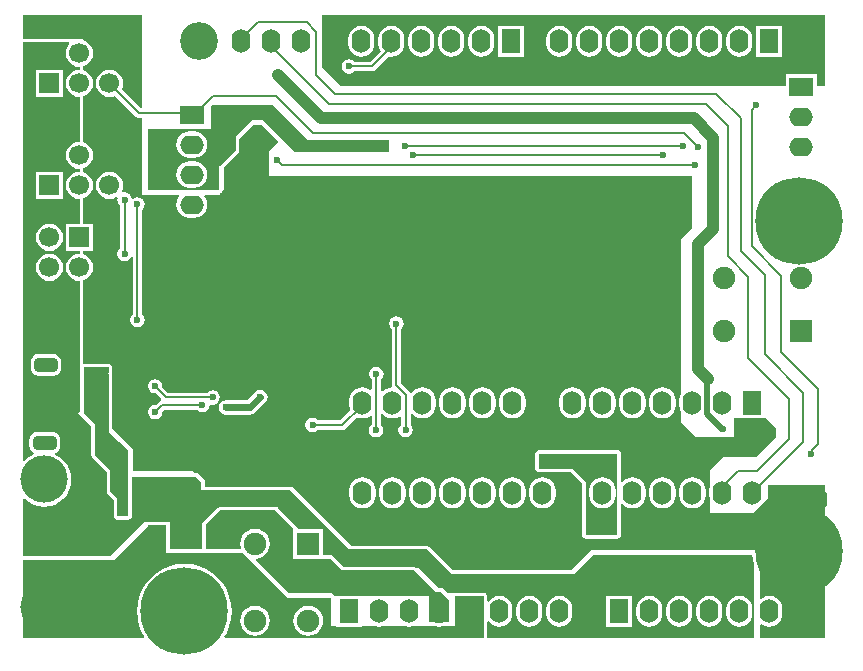
<source format=gbl>
G04*
G04 #@! TF.GenerationSoftware,Altium Limited,Altium Designer,20.1.10 (176)*
G04*
G04 Layer_Physical_Order=2*
G04 Layer_Color=16711680*
%FSLAX44Y44*%
%MOMM*%
G71*
G04*
G04 #@! TF.SameCoordinates,B75F8173-0FE2-46D9-B41C-7FCB152435E8*
G04*
G04*
G04 #@! TF.FilePolarity,Positive*
G04*
G01*
G75*
%ADD10C,0.2000*%
%ADD12C,0.5000*%
%ADD31R,1.9000X1.9000*%
%ADD63C,1.9000*%
%ADD64R,1.9000X1.9000*%
%ADD72C,0.6000*%
%ADD74C,1.0000*%
%ADD75C,0.4000*%
%ADD76C,3.2000*%
%ADD77C,4.0000*%
%ADD78O,1.6000X2.0000*%
%ADD79R,1.6000X2.0000*%
%ADD80C,7.4000*%
%ADD81C,1.7000*%
%ADD82R,1.7000X1.7000*%
%ADD83O,2.0000X1.6000*%
%ADD84R,2.0000X1.6000*%
G04:AMPARAMS|DCode=85|XSize=2mm|YSize=1.2mm|CornerRadius=0.36mm|HoleSize=0mm|Usage=FLASHONLY|Rotation=0.000|XOffset=0mm|YOffset=0mm|HoleType=Round|Shape=RoundedRectangle|*
%AMROUNDEDRECTD85*
21,1,2.0000,0.4800,0,0,0.0*
21,1,1.2800,1.2000,0,0,0.0*
1,1,0.7200,0.6400,-0.2400*
1,1,0.7200,-0.6400,-0.2400*
1,1,0.7200,-0.6400,0.2400*
1,1,0.7200,0.6400,0.2400*
%
%ADD85ROUNDEDRECTD85*%
%ADD86C,0.6000*%
G36*
X682000Y469750D02*
X675000D01*
Y480000D01*
X649000D01*
Y469750D01*
X272500Y469750D01*
X256500Y485750D01*
Y530000D01*
X682000D01*
X682000Y469750D01*
D02*
G37*
G36*
X104000Y452204D02*
X102730Y451678D01*
X86691Y467717D01*
X87404Y469438D01*
X87799Y472440D01*
X87404Y475442D01*
X86245Y478240D01*
X84402Y480642D01*
X82000Y482485D01*
X79202Y483644D01*
X76200Y484039D01*
X73198Y483644D01*
X70400Y482485D01*
X67998Y480642D01*
X66155Y478240D01*
X64996Y475442D01*
X64601Y472440D01*
X64996Y469438D01*
X66155Y466640D01*
X67998Y464238D01*
X70400Y462395D01*
X73198Y461236D01*
X76200Y460841D01*
X79202Y461236D01*
X80923Y461949D01*
X98756Y444116D01*
X100079Y443232D01*
X101640Y442922D01*
X101640Y442922D01*
X104000D01*
Y378125D01*
X134922D01*
X135548Y376855D01*
X134391Y375347D01*
X133283Y372672D01*
X132905Y369800D01*
X133283Y366928D01*
X134391Y364253D01*
X136155Y361955D01*
X138453Y360191D01*
X141128Y359083D01*
X144000Y358705D01*
X148000D01*
X150872Y359083D01*
X153547Y360191D01*
X155845Y361955D01*
X157608Y364253D01*
X158717Y366928D01*
X159095Y369800D01*
X158717Y372672D01*
X157608Y375347D01*
X156452Y376855D01*
X157078Y378125D01*
X168875D01*
X169863Y379113D01*
X170170Y379174D01*
X171163Y379837D01*
X171826Y380829D01*
X171887Y381137D01*
X173250Y382500D01*
X173250Y400924D01*
X185413Y413087D01*
X186076Y414080D01*
X186309Y415250D01*
X186309Y415250D01*
Y425309D01*
X198000Y437000D01*
X205000D01*
X219000Y423000D01*
X211000Y415000D01*
X211000Y394000D01*
X569500Y394000D01*
X569500Y349750D01*
X560250Y340500D01*
X560250Y209489D01*
X560242Y209478D01*
X559133Y206802D01*
X558755Y203930D01*
Y199930D01*
X559133Y197058D01*
X560242Y194382D01*
X560250Y194371D01*
Y185750D01*
X573000Y173000D01*
X604000D01*
X605000Y172000D01*
Y189000D01*
X609650D01*
Y188930D01*
X631650D01*
X632671Y188329D01*
X640750Y180250D01*
X640750Y172750D01*
X624000Y156000D01*
X596000Y156000D01*
X585000Y145000D01*
Y131729D01*
X584533Y130602D01*
X584155Y127730D01*
Y123730D01*
X584533Y120858D01*
X585000Y119731D01*
Y109000D01*
X622000D01*
X634000Y121000D01*
Y132000D01*
X682000D01*
Y3000D01*
X627000D01*
Y14073D01*
X628270Y14699D01*
X629453Y13792D01*
X632128Y12683D01*
X635000Y12305D01*
X637872Y12683D01*
X640547Y13792D01*
X642845Y15555D01*
X644609Y17852D01*
X645717Y20528D01*
X646095Y23400D01*
Y27400D01*
X645717Y30272D01*
X644609Y32947D01*
X642845Y35245D01*
X640547Y37009D01*
X637872Y38117D01*
X635000Y38495D01*
X632128Y38117D01*
X629453Y37009D01*
X628270Y36101D01*
X627000Y36727D01*
Y77000D01*
X484000D01*
X467059Y60059D01*
X367267D01*
X347163Y80163D01*
X346181Y80819D01*
X346000Y81000D01*
X345296D01*
X345000Y81059D01*
X345000Y81059D01*
X281941D01*
X232000Y131000D01*
X229296D01*
X229000Y131059D01*
X229000Y131059D01*
X157059D01*
Y135000D01*
X157059Y135000D01*
X156826Y136171D01*
X156163Y137163D01*
X151163Y142163D01*
X150171Y142826D01*
X149000Y143059D01*
X148117Y142883D01*
X147000Y144000D01*
X96000D01*
X96000Y162750D01*
X78559Y180191D01*
X78559Y226659D01*
X78500Y226954D01*
X78500Y227546D01*
X78559Y227841D01*
Y232000D01*
X78326Y233171D01*
X77663Y234163D01*
X77000Y234606D01*
Y235000D01*
X75795D01*
X75500Y235059D01*
X55000Y235059D01*
X54059Y235980D01*
Y304825D01*
X54039Y304925D01*
X54052Y305026D01*
X54000Y305220D01*
Y305478D01*
X56600Y306555D01*
X59002Y308398D01*
X60845Y310800D01*
X62004Y313598D01*
X62399Y316600D01*
X62004Y319602D01*
X60845Y322400D01*
X59002Y324802D01*
X56600Y326645D01*
X54000Y327722D01*
Y327980D01*
X54052Y328175D01*
X54039Y328275D01*
X54059Y328375D01*
Y330500D01*
X62300D01*
Y353500D01*
X54059D01*
Y374305D01*
X54039Y374405D01*
X54052Y374506D01*
X54000Y374700D01*
Y374958D01*
X56600Y376035D01*
X59002Y377878D01*
X60845Y380280D01*
X62004Y383078D01*
X62399Y386080D01*
X62004Y389082D01*
X60845Y391880D01*
X59002Y394282D01*
X56600Y396125D01*
X54000Y397202D01*
Y397460D01*
X54052Y397654D01*
X54039Y397755D01*
X54059Y397855D01*
Y399705D01*
X54039Y399805D01*
X54052Y399906D01*
X54000Y400100D01*
Y400358D01*
X56600Y401435D01*
X59002Y403278D01*
X60845Y405680D01*
X62004Y408478D01*
X62399Y411480D01*
X62004Y414482D01*
X60845Y417280D01*
X59002Y419682D01*
X56600Y421525D01*
X54000Y422602D01*
Y422860D01*
X54052Y423055D01*
X54039Y423155D01*
X54059Y423255D01*
Y460665D01*
X54039Y460765D01*
X54052Y460866D01*
X54000Y461060D01*
Y461318D01*
X56600Y462395D01*
X59002Y464238D01*
X60845Y466640D01*
X62004Y469438D01*
X62399Y472440D01*
X62004Y475442D01*
X60845Y478240D01*
X59002Y480642D01*
X56600Y482485D01*
X54000Y483562D01*
Y483820D01*
X54052Y484015D01*
X54039Y484115D01*
X54059Y484215D01*
Y486065D01*
X54039Y486165D01*
X54052Y486265D01*
X54000Y486460D01*
Y486718D01*
X56600Y487795D01*
X59002Y489638D01*
X60845Y492040D01*
X62004Y494838D01*
X62399Y497840D01*
X62004Y500842D01*
X60845Y503640D01*
X59002Y506042D01*
X56600Y507885D01*
X54000Y508962D01*
Y510000D01*
X42288D01*
X42075Y510054D01*
X41993Y510042D01*
X41911Y510059D01*
X3000D01*
Y530000D01*
X104000D01*
X104000Y452204D01*
D02*
G37*
G36*
X244250Y424750D02*
X313000Y424750D01*
X313000Y414000D01*
X233000D01*
X206000Y441000D01*
X197000D01*
X183250Y427250D01*
Y415250D01*
X170000Y402000D01*
X169000D01*
X169000Y382000D01*
X109000Y382000D01*
X109000Y434000D01*
X162000Y434000D01*
Y453000D01*
X163000Y454000D01*
X215000Y454000D01*
X244250Y424750D01*
D02*
G37*
G36*
X42359Y505730D02*
X40755Y503640D01*
X39596Y500842D01*
X39201Y497840D01*
X39596Y494838D01*
X40755Y492040D01*
X42598Y489638D01*
X45000Y487795D01*
X47798Y486636D01*
X50800Y486241D01*
X51000Y486065D01*
Y484215D01*
X50800Y484039D01*
X47798Y483644D01*
X45000Y482485D01*
X42598Y480642D01*
X40755Y478240D01*
X39596Y475442D01*
X39201Y472440D01*
X39596Y469438D01*
X40755Y466640D01*
X42598Y464238D01*
X45000Y462395D01*
X47798Y461236D01*
X50800Y460841D01*
X51000Y460665D01*
Y423255D01*
X50800Y423079D01*
X47798Y422684D01*
X45000Y421525D01*
X42598Y419682D01*
X40755Y417280D01*
X39596Y414482D01*
X39201Y411480D01*
X39596Y408478D01*
X40755Y405680D01*
X42598Y403278D01*
X45000Y401435D01*
X47798Y400276D01*
X50800Y399881D01*
X51000Y399705D01*
Y397855D01*
X50800Y397679D01*
X47798Y397284D01*
X45000Y396125D01*
X42598Y394282D01*
X40755Y391880D01*
X39596Y389082D01*
X39201Y386080D01*
X39596Y383078D01*
X40755Y380280D01*
X42598Y377878D01*
X45000Y376035D01*
X47798Y374876D01*
X50800Y374481D01*
X51000Y374305D01*
Y353500D01*
X39300D01*
Y330500D01*
X51000D01*
Y328375D01*
X50800Y328199D01*
X47798Y327804D01*
X45000Y326645D01*
X42598Y324802D01*
X40755Y322400D01*
X39596Y319602D01*
X39201Y316600D01*
X39596Y313598D01*
X40755Y310800D01*
X42598Y308398D01*
X45000Y306555D01*
X47798Y305396D01*
X50800Y305001D01*
X51000Y304825D01*
Y194000D01*
X50000Y193000D01*
X60941Y182059D01*
Y158000D01*
X61000Y157704D01*
Y157000D01*
X61181Y156819D01*
X61837Y155837D01*
X73941Y143733D01*
Y127000D01*
X74000Y126705D01*
Y126000D01*
X74181Y125819D01*
X74837Y124837D01*
X74837Y124837D01*
X79941Y119733D01*
Y106000D01*
X80174Y104830D01*
X80837Y103837D01*
X81830Y103174D01*
X83000Y102941D01*
X92000D01*
X93170Y103174D01*
X94163Y103837D01*
X94272Y104000D01*
X95000D01*
Y105704D01*
X95059Y106000D01*
Y139000D01*
X148000D01*
X149000Y140000D01*
X154000Y135000D01*
Y128000D01*
X229000D01*
X279000Y78000D01*
X345000D01*
X366000Y57000D01*
X470000D01*
X486000Y73000D01*
X620528D01*
X620770Y69923D01*
X622000Y64801D01*
Y3000D01*
X396059D01*
Y16721D01*
X397329Y17152D01*
X398555Y15555D01*
X400853Y13792D01*
X403528Y12683D01*
X406400Y12305D01*
X409272Y12683D01*
X411948Y13792D01*
X414245Y15555D01*
X416008Y17852D01*
X417117Y20528D01*
X417495Y23400D01*
Y27400D01*
X417117Y30272D01*
X416008Y32947D01*
X414245Y35245D01*
X411948Y37009D01*
X409272Y38117D01*
X406400Y38495D01*
X403528Y38117D01*
X400853Y37009D01*
X398555Y35245D01*
X397329Y33648D01*
X396059Y34079D01*
Y38000D01*
X395826Y39170D01*
X395163Y40163D01*
X395000Y40272D01*
Y41000D01*
X393296D01*
X393000Y41059D01*
X369000D01*
X368704Y41000D01*
X362326D01*
X359163Y44163D01*
X358171Y44826D01*
X357000Y45059D01*
X357000Y45059D01*
X354941Y45059D01*
X338000Y62000D01*
X336326D01*
X336163Y62163D01*
X335171Y62826D01*
X334000Y63059D01*
X334000Y63059D01*
X274267D01*
X265163Y72163D01*
X264181Y72819D01*
X264000Y73000D01*
X263296D01*
X263000Y73059D01*
X263000Y73059D01*
X257000D01*
Y95000D01*
X237000D01*
X219000Y113000D01*
Y114000D01*
X216296D01*
X216000Y114059D01*
X216000Y114059D01*
X170000D01*
X169704Y114000D01*
X169000D01*
X168819Y113819D01*
X167837Y113163D01*
X167837Y113163D01*
X155837Y101163D01*
X155181Y100181D01*
X155000Y100000D01*
Y99296D01*
X154941Y99000D01*
X154941Y99000D01*
Y78059D01*
X142321Y78059D01*
X142123Y78019D01*
X141922Y78033D01*
X141600Y77990D01*
X141278Y78033D01*
X141077Y78019D01*
X140879Y78059D01*
X127200D01*
Y101000D01*
X124295D01*
X124000Y101059D01*
X108898D01*
X108603Y101000D01*
X105200D01*
Y100200D01*
X77059Y72059D01*
X3000D01*
X3000Y73329D01*
Y120793D01*
X4196Y121221D01*
X4658Y120658D01*
X8160Y117784D01*
X12156Y115648D01*
X16491Y114333D01*
X21000Y113889D01*
X25509Y114333D01*
X29844Y115648D01*
X33840Y117784D01*
X37342Y120658D01*
X40216Y124160D01*
X42352Y128156D01*
X43667Y132491D01*
X44111Y137000D01*
X43667Y141509D01*
X42352Y145844D01*
X40216Y149840D01*
X37342Y153342D01*
X33840Y156216D01*
X30332Y158091D01*
X30366Y159480D01*
X31223Y159835D01*
X32602Y160893D01*
X33660Y162271D01*
X34325Y163877D01*
X34552Y165600D01*
Y170400D01*
X34325Y172123D01*
X33660Y173729D01*
X32602Y175107D01*
X31223Y176165D01*
X29618Y176830D01*
X27895Y177057D01*
X15095D01*
X13372Y176830D01*
X11767Y176165D01*
X10388Y175107D01*
X9330Y173729D01*
X8665Y172123D01*
X8438Y170400D01*
Y165600D01*
X8665Y163877D01*
X9330Y162271D01*
X10388Y160893D01*
X11767Y159835D01*
X12148Y159677D01*
X12155Y158525D01*
X12100Y158322D01*
X8160Y156216D01*
X4658Y153342D01*
X4196Y152779D01*
X3000Y153207D01*
X3000Y507000D01*
X41911D01*
X42359Y505730D01*
D02*
G37*
G36*
X75500Y232000D02*
Y227841D01*
X75382Y227250D01*
X75500Y226659D01*
X75500Y176750D01*
X92000Y162000D01*
Y107000D01*
Y106000D01*
X83000D01*
Y121000D01*
X77000Y127000D01*
Y145000D01*
X64000Y158000D01*
Y184000D01*
X55000Y193000D01*
Y232000D01*
X75500Y232000D01*
D02*
G37*
G36*
X232000Y95000D02*
Y70000D01*
X233000D01*
Y70000D01*
X263000D01*
X273000Y60000D01*
X334000D01*
X352000Y42000D01*
X357000Y42000D01*
X364000Y35000D01*
X364000Y16957D01*
X363102Y16059D01*
X359237D01*
X358066Y15826D01*
X357673Y15663D01*
X355600Y15390D01*
X353527Y15663D01*
X353134Y15826D01*
X351963Y16059D01*
X347000D01*
Y38000D01*
X333354D01*
X333072Y38117D01*
X330200Y38495D01*
X327328Y38117D01*
X327046Y38000D01*
X307954D01*
X307672Y38117D01*
X304800Y38495D01*
X301928Y38117D01*
X301646Y38000D01*
X290400D01*
Y38400D01*
X268400D01*
X268400Y38400D01*
Y38400D01*
X268400Y38400D01*
X267268Y38732D01*
X265000Y41000D01*
X228000D01*
X200285Y68715D01*
X200741Y70055D01*
X202763Y70322D01*
X205804Y71581D01*
X208415Y73585D01*
X210419Y76196D01*
X211678Y79237D01*
X212108Y82500D01*
X211678Y85763D01*
X210419Y88804D01*
X208415Y91415D01*
X205804Y93419D01*
X202763Y94678D01*
X199500Y95108D01*
X196237Y94678D01*
X193196Y93419D01*
X190585Y91415D01*
X188581Y88804D01*
X187322Y85763D01*
X186892Y82500D01*
X187310Y79329D01*
X187274Y78968D01*
X186667Y78059D01*
X167721D01*
X167523Y78019D01*
X167322Y78033D01*
X167074Y78000D01*
X166926D01*
X166678Y78033D01*
X166477Y78019D01*
X166279Y78059D01*
X158000Y78059D01*
Y99000D01*
X170000Y111000D01*
X216000D01*
X232000Y95000D01*
D02*
G37*
G36*
X124000Y75000D02*
X140879D01*
X141600Y74905D01*
X142321Y75000D01*
X166279Y75000D01*
X167000Y74905D01*
X167721Y75000D01*
X189000D01*
X227000Y37000D01*
X264000D01*
Y13000D01*
X268400D01*
Y12400D01*
X290400D01*
Y13000D01*
X301163D01*
X301928Y12683D01*
X304800Y12305D01*
X307672Y12683D01*
X308437Y13000D01*
X326563D01*
X327328Y12683D01*
X330200Y12305D01*
X333072Y12683D01*
X333837Y13000D01*
X351963D01*
X352728Y12683D01*
X355600Y12305D01*
X358472Y12683D01*
X359237Y13000D01*
X369000D01*
Y38000D01*
X393000D01*
Y3000D01*
X174186D01*
X173565Y4108D01*
X175450Y7184D01*
X177860Y13001D01*
X179330Y19123D01*
X179824Y25400D01*
X179330Y31677D01*
X177860Y37799D01*
X175450Y43616D01*
X172161Y48984D01*
X168072Y53772D01*
X163284Y57861D01*
X157916Y61150D01*
X152099Y63560D01*
X145977Y65030D01*
X139700Y65524D01*
X133423Y65030D01*
X127301Y63560D01*
X121484Y61150D01*
X116116Y57861D01*
X111328Y53772D01*
X107239Y48984D01*
X103949Y43616D01*
X101540Y37799D01*
X100070Y31677D01*
X99576Y25400D01*
X100070Y19123D01*
X101540Y13001D01*
X103949Y7184D01*
X105835Y4108D01*
X105214Y3000D01*
X3000D01*
Y69000D01*
X80000D01*
X108000Y97000D01*
Y97102D01*
X108898Y98000D01*
X124000D01*
X124000Y75000D01*
D02*
G37*
%LPC*%
G36*
X646000Y521000D02*
X624000D01*
Y495000D01*
X646000D01*
Y521000D01*
D02*
G37*
G36*
X427560D02*
X405560D01*
Y495000D01*
X427560D01*
Y521000D01*
D02*
G37*
G36*
X609600Y521095D02*
X606728Y520717D01*
X604053Y519608D01*
X601755Y517845D01*
X599991Y515547D01*
X598883Y512872D01*
X598505Y510000D01*
Y506000D01*
X598883Y503128D01*
X599991Y500452D01*
X601755Y498155D01*
X604053Y496391D01*
X606728Y495283D01*
X609600Y494905D01*
X612472Y495283D01*
X615148Y496391D01*
X617445Y498155D01*
X619208Y500452D01*
X620317Y503128D01*
X620695Y506000D01*
Y510000D01*
X620317Y512872D01*
X619208Y515547D01*
X617445Y517845D01*
X615148Y519608D01*
X612472Y520717D01*
X609600Y521095D01*
D02*
G37*
G36*
X584200D02*
X581328Y520717D01*
X578652Y519608D01*
X576355Y517845D01*
X574591Y515547D01*
X573483Y512872D01*
X573105Y510000D01*
Y506000D01*
X573483Y503128D01*
X574591Y500452D01*
X576355Y498155D01*
X578652Y496391D01*
X581328Y495283D01*
X584200Y494905D01*
X587072Y495283D01*
X589748Y496391D01*
X592045Y498155D01*
X593809Y500452D01*
X594917Y503128D01*
X595295Y506000D01*
Y510000D01*
X594917Y512872D01*
X593809Y515547D01*
X592045Y517845D01*
X589748Y519608D01*
X587072Y520717D01*
X584200Y521095D01*
D02*
G37*
G36*
X558800D02*
X555928Y520717D01*
X553252Y519608D01*
X550955Y517845D01*
X549192Y515547D01*
X548083Y512872D01*
X547705Y510000D01*
Y506000D01*
X548083Y503128D01*
X549192Y500452D01*
X550955Y498155D01*
X553252Y496391D01*
X555928Y495283D01*
X558800Y494905D01*
X561672Y495283D01*
X564347Y496391D01*
X566645Y498155D01*
X568409Y500452D01*
X569517Y503128D01*
X569895Y506000D01*
Y510000D01*
X569517Y512872D01*
X568409Y515547D01*
X566645Y517845D01*
X564347Y519608D01*
X561672Y520717D01*
X558800Y521095D01*
D02*
G37*
G36*
X533400D02*
X530528Y520717D01*
X527853Y519608D01*
X525555Y517845D01*
X523792Y515547D01*
X522683Y512872D01*
X522305Y510000D01*
Y506000D01*
X522683Y503128D01*
X523792Y500452D01*
X525555Y498155D01*
X527853Y496391D01*
X530528Y495283D01*
X533400Y494905D01*
X536272Y495283D01*
X538947Y496391D01*
X541245Y498155D01*
X543008Y500452D01*
X544117Y503128D01*
X544495Y506000D01*
Y510000D01*
X544117Y512872D01*
X543008Y515547D01*
X541245Y517845D01*
X538947Y519608D01*
X536272Y520717D01*
X533400Y521095D01*
D02*
G37*
G36*
X508000D02*
X505128Y520717D01*
X502453Y519608D01*
X500155Y517845D01*
X498391Y515547D01*
X497283Y512872D01*
X496905Y510000D01*
Y506000D01*
X497283Y503128D01*
X498391Y500452D01*
X500155Y498155D01*
X502453Y496391D01*
X505128Y495283D01*
X508000Y494905D01*
X510872Y495283D01*
X513548Y496391D01*
X515845Y498155D01*
X517608Y500452D01*
X518717Y503128D01*
X519095Y506000D01*
Y510000D01*
X518717Y512872D01*
X517608Y515547D01*
X515845Y517845D01*
X513548Y519608D01*
X510872Y520717D01*
X508000Y521095D01*
D02*
G37*
G36*
X482600D02*
X479728Y520717D01*
X477052Y519608D01*
X474755Y517845D01*
X472991Y515547D01*
X471883Y512872D01*
X471505Y510000D01*
Y506000D01*
X471883Y503128D01*
X472991Y500452D01*
X474755Y498155D01*
X477052Y496391D01*
X479728Y495283D01*
X482600Y494905D01*
X485472Y495283D01*
X488148Y496391D01*
X490445Y498155D01*
X492209Y500452D01*
X493317Y503128D01*
X493695Y506000D01*
Y510000D01*
X493317Y512872D01*
X492209Y515547D01*
X490445Y517845D01*
X488148Y519608D01*
X485472Y520717D01*
X482600Y521095D01*
D02*
G37*
G36*
X457200D02*
X454328Y520717D01*
X451652Y519608D01*
X449355Y517845D01*
X447592Y515547D01*
X446483Y512872D01*
X446105Y510000D01*
Y506000D01*
X446483Y503128D01*
X447592Y500452D01*
X449355Y498155D01*
X451652Y496391D01*
X454328Y495283D01*
X457200Y494905D01*
X460072Y495283D01*
X462747Y496391D01*
X465045Y498155D01*
X466809Y500452D01*
X467917Y503128D01*
X468295Y506000D01*
Y510000D01*
X467917Y512872D01*
X466809Y515547D01*
X465045Y517845D01*
X462747Y519608D01*
X460072Y520717D01*
X457200Y521095D01*
D02*
G37*
G36*
X391160D02*
X388288Y520717D01*
X385612Y519608D01*
X383315Y517845D01*
X381552Y515547D01*
X380443Y512872D01*
X380065Y510000D01*
Y506000D01*
X380443Y503128D01*
X381552Y500452D01*
X383315Y498155D01*
X385612Y496391D01*
X388288Y495283D01*
X391160Y494905D01*
X394032Y495283D01*
X396707Y496391D01*
X399005Y498155D01*
X400769Y500452D01*
X401877Y503128D01*
X402255Y506000D01*
Y510000D01*
X401877Y512872D01*
X400769Y515547D01*
X399005Y517845D01*
X396707Y519608D01*
X394032Y520717D01*
X391160Y521095D01*
D02*
G37*
G36*
X365760D02*
X362888Y520717D01*
X360213Y519608D01*
X357915Y517845D01*
X356152Y515547D01*
X355043Y512872D01*
X354665Y510000D01*
Y506000D01*
X355043Y503128D01*
X356152Y500452D01*
X357915Y498155D01*
X360213Y496391D01*
X362888Y495283D01*
X365760Y494905D01*
X368632Y495283D01*
X371307Y496391D01*
X373605Y498155D01*
X375368Y500452D01*
X376477Y503128D01*
X376855Y506000D01*
Y510000D01*
X376477Y512872D01*
X375368Y515547D01*
X373605Y517845D01*
X371307Y519608D01*
X368632Y520717D01*
X365760Y521095D01*
D02*
G37*
G36*
X340360D02*
X337488Y520717D01*
X334813Y519608D01*
X332515Y517845D01*
X330751Y515547D01*
X329643Y512872D01*
X329265Y510000D01*
Y506000D01*
X329643Y503128D01*
X330751Y500452D01*
X332515Y498155D01*
X334813Y496391D01*
X337488Y495283D01*
X340360Y494905D01*
X343232Y495283D01*
X345908Y496391D01*
X348205Y498155D01*
X349968Y500452D01*
X351077Y503128D01*
X351455Y506000D01*
Y510000D01*
X351077Y512872D01*
X349968Y515547D01*
X348205Y517845D01*
X345908Y519608D01*
X343232Y520717D01*
X340360Y521095D01*
D02*
G37*
G36*
X314960D02*
X312088Y520717D01*
X309412Y519608D01*
X307115Y517845D01*
X305352Y515547D01*
X304243Y512872D01*
X303865Y510000D01*
Y506000D01*
X304243Y503128D01*
X305352Y500452D01*
X305900Y499737D01*
X296991Y490828D01*
X283491D01*
X283326Y491076D01*
X281341Y492402D01*
X279000Y492868D01*
X276659Y492402D01*
X274674Y491076D01*
X273348Y489091D01*
X272882Y486750D01*
X273348Y484409D01*
X274674Y482424D01*
X276659Y481098D01*
X279000Y480633D01*
X281341Y481098D01*
X283326Y482424D01*
X283491Y482672D01*
X298680D01*
X298680Y482672D01*
X299982Y482931D01*
X300241Y482982D01*
X301564Y483866D01*
X312877Y495179D01*
X314960Y494905D01*
X317832Y495283D01*
X320508Y496391D01*
X322805Y498155D01*
X324568Y500452D01*
X325677Y503128D01*
X326055Y506000D01*
Y510000D01*
X325677Y512872D01*
X324568Y515547D01*
X322805Y517845D01*
X320508Y519608D01*
X317832Y520717D01*
X314960Y521095D01*
D02*
G37*
G36*
X289560D02*
X286688Y520717D01*
X284013Y519608D01*
X281715Y517845D01*
X279951Y515547D01*
X278843Y512872D01*
X278465Y510000D01*
Y506000D01*
X278843Y503128D01*
X279951Y500452D01*
X281715Y498155D01*
X284013Y496391D01*
X286688Y495283D01*
X289560Y494905D01*
X292432Y495283D01*
X295107Y496391D01*
X297405Y498155D01*
X299168Y500452D01*
X300277Y503128D01*
X300655Y506000D01*
Y510000D01*
X300277Y512872D01*
X299168Y515547D01*
X297405Y517845D01*
X295107Y519608D01*
X292432Y520717D01*
X289560Y521095D01*
D02*
G37*
G36*
X76200Y397679D02*
X73198Y397284D01*
X70400Y396125D01*
X67998Y394282D01*
X66155Y391880D01*
X64996Y389082D01*
X64601Y386080D01*
X64996Y383078D01*
X66155Y380280D01*
X67998Y377878D01*
X70400Y376035D01*
X73198Y374876D01*
X76200Y374481D01*
X79202Y374876D01*
X82000Y376035D01*
X83143Y375312D01*
X82882Y374000D01*
X83348Y371659D01*
X84674Y369674D01*
X84922Y369509D01*
Y332491D01*
X84674Y332326D01*
X83348Y330341D01*
X82882Y328000D01*
X83348Y325659D01*
X84674Y323674D01*
X86659Y322348D01*
X89000Y321883D01*
X91341Y322348D01*
X93326Y323674D01*
X94652Y325659D01*
X95922Y325533D01*
Y276491D01*
X95674Y276326D01*
X94348Y274341D01*
X93883Y272000D01*
X94348Y269659D01*
X95674Y267674D01*
X97659Y266348D01*
X100000Y265882D01*
X102341Y266348D01*
X104326Y267674D01*
X105652Y269659D01*
X106117Y272000D01*
X105652Y274341D01*
X104326Y276326D01*
X104078Y276491D01*
Y365509D01*
X104326Y365674D01*
X105652Y367659D01*
X106117Y370000D01*
X105652Y372341D01*
X104326Y374326D01*
X102341Y375652D01*
X100000Y376118D01*
X97659Y375652D01*
X96269Y374723D01*
X94872Y375236D01*
X94652Y376341D01*
X93326Y378326D01*
X91341Y379652D01*
X89000Y380117D01*
X87422Y379804D01*
X86509Y380917D01*
X87404Y383078D01*
X87799Y386080D01*
X87404Y389082D01*
X86245Y391880D01*
X84402Y394282D01*
X82000Y396125D01*
X79202Y397284D01*
X76200Y397679D01*
D02*
G37*
G36*
X319250Y275117D02*
X316909Y274652D01*
X314924Y273326D01*
X313598Y271341D01*
X313132Y269000D01*
X313598Y266659D01*
X314924Y264674D01*
X315172Y264509D01*
Y216793D01*
X315172Y216793D01*
X315283Y216231D01*
X314504Y214925D01*
X314342Y214826D01*
X312978Y214647D01*
X310303Y213538D01*
X308005Y211775D01*
X307531Y211158D01*
X306328Y211566D01*
Y221759D01*
X306576Y221924D01*
X307902Y223909D01*
X308368Y226250D01*
X307902Y228591D01*
X306576Y230576D01*
X304591Y231902D01*
X302250Y232367D01*
X299909Y231902D01*
X297924Y230576D01*
X296598Y228591D01*
X296133Y226250D01*
X296598Y223909D01*
X297924Y221924D01*
X298172Y221759D01*
Y213306D01*
X297033Y212744D01*
X295998Y213538D01*
X293322Y214647D01*
X290450Y215025D01*
X287578Y214647D01*
X284902Y213538D01*
X282605Y211775D01*
X280842Y209478D01*
X279733Y206802D01*
X279355Y203930D01*
Y199930D01*
X279733Y197058D01*
X280342Y195589D01*
X271831Y187078D01*
X252908D01*
X252576Y187576D01*
X250591Y188902D01*
X248250Y189368D01*
X245909Y188902D01*
X243924Y187576D01*
X242598Y185591D01*
X242132Y183250D01*
X242598Y180909D01*
X243924Y178924D01*
X245909Y177598D01*
X248250Y177132D01*
X250591Y177598D01*
X252572Y178922D01*
X273520D01*
X273520Y178922D01*
X275081Y179232D01*
X276404Y180116D01*
X286109Y189822D01*
X287578Y189213D01*
X290450Y188835D01*
X293322Y189213D01*
X295998Y190322D01*
X297033Y191116D01*
X298172Y190554D01*
Y183658D01*
X297674Y183326D01*
X296348Y181341D01*
X295882Y179000D01*
X296348Y176659D01*
X297674Y174674D01*
X299659Y173348D01*
X302000Y172882D01*
X304341Y173348D01*
X306326Y174674D01*
X307652Y176659D01*
X308118Y179000D01*
X307652Y181341D01*
X306328Y183322D01*
Y192294D01*
X307531Y192702D01*
X308005Y192085D01*
X310303Y190322D01*
X312978Y189213D01*
X315850Y188835D01*
X318722Y189213D01*
X321398Y190322D01*
X322133Y190886D01*
X323272Y190324D01*
Y183725D01*
X322674Y183326D01*
X321348Y181341D01*
X320882Y179000D01*
X321348Y176659D01*
X322674Y174674D01*
X324659Y173348D01*
X327000Y172882D01*
X329341Y173348D01*
X331326Y174674D01*
X332652Y176659D01*
X333117Y179000D01*
X332652Y181341D01*
X331428Y183172D01*
Y192574D01*
X332698Y193005D01*
X333405Y192085D01*
X335703Y190322D01*
X338378Y189213D01*
X341250Y188835D01*
X344122Y189213D01*
X346797Y190322D01*
X349095Y192085D01*
X350858Y194382D01*
X351967Y197058D01*
X352345Y199930D01*
Y203930D01*
X351967Y206802D01*
X350858Y209478D01*
X349095Y211775D01*
X346797Y213538D01*
X344122Y214647D01*
X341250Y215025D01*
X338378Y214647D01*
X335703Y213538D01*
X333405Y211775D01*
X332377Y210436D01*
X332020Y210384D01*
X330894Y210589D01*
X330234Y211577D01*
X323328Y218483D01*
Y264509D01*
X323576Y264674D01*
X324902Y266659D01*
X325368Y269000D01*
X324902Y271341D01*
X323576Y273326D01*
X321591Y274652D01*
X319250Y275117D01*
D02*
G37*
G36*
X115000Y222118D02*
X112659Y221652D01*
X110674Y220326D01*
X109348Y218341D01*
X108883Y216000D01*
X109348Y213659D01*
X110674Y211674D01*
X112659Y210348D01*
X115000Y209883D01*
X115292Y209940D01*
X120048Y205184D01*
X119736Y203965D01*
X119630Y203806D01*
X119439Y203768D01*
X118116Y202884D01*
X115292Y200060D01*
X115000Y200117D01*
X112659Y199652D01*
X110674Y198326D01*
X109348Y196341D01*
X108883Y194000D01*
X109348Y191659D01*
X110674Y189674D01*
X112659Y188348D01*
X115000Y187882D01*
X117341Y188348D01*
X119326Y189674D01*
X120652Y191659D01*
X121117Y194000D01*
X121060Y194292D01*
X122689Y195922D01*
X150509D01*
X150674Y195674D01*
X152659Y194348D01*
X155000Y193883D01*
X157341Y194348D01*
X159326Y195674D01*
X160652Y197659D01*
X161062Y199721D01*
X161154Y200021D01*
X162278Y200675D01*
X163750Y200382D01*
X166091Y200848D01*
X168076Y202174D01*
X169402Y204159D01*
X169867Y206500D01*
X169402Y208841D01*
X168076Y210826D01*
X166091Y212152D01*
X163750Y212617D01*
X161409Y212152D01*
X159424Y210826D01*
X159259Y210578D01*
X126189D01*
X121060Y215708D01*
X121117Y216000D01*
X120652Y218341D01*
X119326Y220326D01*
X117341Y221652D01*
X115000Y222118D01*
D02*
G37*
G36*
X204000Y213118D02*
X201659Y212652D01*
X199674Y211326D01*
X192466Y204118D01*
X175000D01*
X172659Y203652D01*
X170674Y202326D01*
X169348Y200341D01*
X168883Y198000D01*
X169348Y195659D01*
X170674Y193674D01*
X172659Y192348D01*
X175000Y191882D01*
X195000D01*
X197341Y192348D01*
X199326Y193674D01*
X208326Y202674D01*
X209652Y204659D01*
X210117Y207000D01*
X209652Y209341D01*
X208326Y211326D01*
X206341Y212652D01*
X204000Y213118D01*
D02*
G37*
G36*
X544450Y215025D02*
X541578Y214647D01*
X538903Y213538D01*
X536605Y211775D01*
X534841Y209478D01*
X533733Y206802D01*
X533355Y203930D01*
Y199930D01*
X533733Y197058D01*
X534841Y194382D01*
X536605Y192085D01*
X538903Y190322D01*
X541578Y189213D01*
X544450Y188835D01*
X547322Y189213D01*
X549997Y190322D01*
X552295Y192085D01*
X554058Y194382D01*
X555167Y197058D01*
X555545Y199930D01*
Y203930D01*
X555167Y206802D01*
X554058Y209478D01*
X552295Y211775D01*
X549997Y213538D01*
X547322Y214647D01*
X544450Y215025D01*
D02*
G37*
G36*
X519050D02*
X516178Y214647D01*
X513503Y213538D01*
X511205Y211775D01*
X509441Y209478D01*
X508333Y206802D01*
X507955Y203930D01*
Y199930D01*
X508333Y197058D01*
X509441Y194382D01*
X511205Y192085D01*
X513503Y190322D01*
X516178Y189213D01*
X519050Y188835D01*
X521922Y189213D01*
X524598Y190322D01*
X526895Y192085D01*
X528658Y194382D01*
X529767Y197058D01*
X530145Y199930D01*
Y203930D01*
X529767Y206802D01*
X528658Y209478D01*
X526895Y211775D01*
X524598Y213538D01*
X521922Y214647D01*
X519050Y215025D01*
D02*
G37*
G36*
X493650D02*
X490778Y214647D01*
X488102Y213538D01*
X485805Y211775D01*
X484041Y209478D01*
X482933Y206802D01*
X482555Y203930D01*
Y199930D01*
X482933Y197058D01*
X484041Y194382D01*
X485805Y192085D01*
X488102Y190322D01*
X490778Y189213D01*
X493650Y188835D01*
X496522Y189213D01*
X499198Y190322D01*
X501495Y192085D01*
X503259Y194382D01*
X504367Y197058D01*
X504745Y199930D01*
Y203930D01*
X504367Y206802D01*
X503259Y209478D01*
X501495Y211775D01*
X499198Y213538D01*
X496522Y214647D01*
X493650Y215025D01*
D02*
G37*
G36*
X468250D02*
X465378Y214647D01*
X462702Y213538D01*
X460405Y211775D01*
X458642Y209478D01*
X457533Y206802D01*
X457155Y203930D01*
Y199930D01*
X457533Y197058D01*
X458642Y194382D01*
X460405Y192085D01*
X462702Y190322D01*
X465378Y189213D01*
X468250Y188835D01*
X471122Y189213D01*
X473797Y190322D01*
X476095Y192085D01*
X477859Y194382D01*
X478967Y197058D01*
X479345Y199930D01*
Y203930D01*
X478967Y206802D01*
X477859Y209478D01*
X476095Y211775D01*
X473797Y213538D01*
X471122Y214647D01*
X468250Y215025D01*
D02*
G37*
G36*
X417450D02*
X414578Y214647D01*
X411903Y213538D01*
X409605Y211775D01*
X407841Y209478D01*
X406733Y206802D01*
X406355Y203930D01*
Y199930D01*
X406733Y197058D01*
X407841Y194382D01*
X409605Y192085D01*
X411903Y190322D01*
X414578Y189213D01*
X417450Y188835D01*
X420322Y189213D01*
X422998Y190322D01*
X425295Y192085D01*
X427058Y194382D01*
X428167Y197058D01*
X428545Y199930D01*
Y203930D01*
X428167Y206802D01*
X427058Y209478D01*
X425295Y211775D01*
X422998Y213538D01*
X420322Y214647D01*
X417450Y215025D01*
D02*
G37*
G36*
X392050D02*
X389178Y214647D01*
X386502Y213538D01*
X384205Y211775D01*
X382441Y209478D01*
X381333Y206802D01*
X380955Y203930D01*
Y199930D01*
X381333Y197058D01*
X382441Y194382D01*
X384205Y192085D01*
X386502Y190322D01*
X389178Y189213D01*
X392050Y188835D01*
X394922Y189213D01*
X397598Y190322D01*
X399895Y192085D01*
X401659Y194382D01*
X402767Y197058D01*
X403145Y199930D01*
Y203930D01*
X402767Y206802D01*
X401659Y209478D01*
X399895Y211775D01*
X397598Y213538D01*
X394922Y214647D01*
X392050Y215025D01*
D02*
G37*
G36*
X366650D02*
X363778Y214647D01*
X361102Y213538D01*
X358805Y211775D01*
X357042Y209478D01*
X355933Y206802D01*
X355555Y203930D01*
Y199930D01*
X355933Y197058D01*
X357042Y194382D01*
X358805Y192085D01*
X361102Y190322D01*
X363778Y189213D01*
X366650Y188835D01*
X369522Y189213D01*
X372197Y190322D01*
X374495Y192085D01*
X376259Y194382D01*
X377367Y197058D01*
X377745Y199930D01*
Y203930D01*
X377367Y206802D01*
X376259Y209478D01*
X374495Y211775D01*
X372197Y213538D01*
X369522Y214647D01*
X366650Y215025D01*
D02*
G37*
G36*
X569850Y138825D02*
X566978Y138447D01*
X564302Y137338D01*
X562005Y135575D01*
X560242Y133278D01*
X559133Y130602D01*
X558755Y127730D01*
Y123730D01*
X559133Y120858D01*
X560242Y118182D01*
X562005Y115885D01*
X564302Y114122D01*
X566978Y113013D01*
X569850Y112635D01*
X572722Y113013D01*
X575397Y114122D01*
X577695Y115885D01*
X579459Y118182D01*
X580567Y120858D01*
X580945Y123730D01*
Y127730D01*
X580567Y130602D01*
X579459Y133278D01*
X577695Y135575D01*
X575397Y137338D01*
X572722Y138447D01*
X569850Y138825D01*
D02*
G37*
G36*
X544450D02*
X541578Y138447D01*
X538903Y137338D01*
X536605Y135575D01*
X534841Y133278D01*
X533733Y130602D01*
X533355Y127730D01*
Y123730D01*
X533733Y120858D01*
X534841Y118182D01*
X536605Y115885D01*
X538903Y114122D01*
X541578Y113013D01*
X544450Y112635D01*
X547322Y113013D01*
X549997Y114122D01*
X552295Y115885D01*
X554058Y118182D01*
X555167Y120858D01*
X555545Y123730D01*
Y127730D01*
X555167Y130602D01*
X554058Y133278D01*
X552295Y135575D01*
X549997Y137338D01*
X547322Y138447D01*
X544450Y138825D01*
D02*
G37*
G36*
X506250Y162059D02*
X440000D01*
X438829Y161826D01*
X437837Y161163D01*
X437174Y160170D01*
X436941Y159000D01*
Y146000D01*
X437174Y144830D01*
X437837Y143837D01*
X438829Y143174D01*
X440000Y142941D01*
X467233D01*
X476441Y133733D01*
Y90000D01*
X476674Y88829D01*
X477337Y87837D01*
X478330Y87174D01*
X479500Y86941D01*
X506250Y86941D01*
X507421Y87174D01*
X508413Y87837D01*
X509076Y88829D01*
X509309Y90000D01*
Y116269D01*
X510579Y116700D01*
X511205Y115885D01*
X513503Y114122D01*
X516178Y113013D01*
X519050Y112635D01*
X521922Y113013D01*
X524598Y114122D01*
X526895Y115885D01*
X528658Y118182D01*
X529767Y120858D01*
X530145Y123730D01*
Y127730D01*
X529767Y130602D01*
X528658Y133278D01*
X526895Y135575D01*
X524598Y137338D01*
X521922Y138447D01*
X519050Y138825D01*
X516178Y138447D01*
X513503Y137338D01*
X511205Y135575D01*
X510579Y134760D01*
X509309Y135191D01*
Y159000D01*
X509076Y160170D01*
X508413Y161163D01*
X507421Y161826D01*
X506250Y162059D01*
D02*
G37*
G36*
X442850Y138825D02*
X439978Y138447D01*
X437303Y137338D01*
X435005Y135575D01*
X433242Y133278D01*
X432133Y130602D01*
X431755Y127730D01*
Y123730D01*
X432133Y120858D01*
X433242Y118182D01*
X435005Y115885D01*
X437303Y114122D01*
X439978Y113013D01*
X442850Y112635D01*
X445722Y113013D01*
X448397Y114122D01*
X450695Y115885D01*
X452458Y118182D01*
X453567Y120858D01*
X453945Y123730D01*
Y127730D01*
X453567Y130602D01*
X452458Y133278D01*
X450695Y135575D01*
X448397Y137338D01*
X445722Y138447D01*
X442850Y138825D01*
D02*
G37*
G36*
X417450D02*
X414578Y138447D01*
X411903Y137338D01*
X409605Y135575D01*
X407841Y133278D01*
X406733Y130602D01*
X406355Y127730D01*
Y123730D01*
X406733Y120858D01*
X407841Y118182D01*
X409605Y115885D01*
X411903Y114122D01*
X414578Y113013D01*
X417450Y112635D01*
X420322Y113013D01*
X422998Y114122D01*
X425295Y115885D01*
X427058Y118182D01*
X428167Y120858D01*
X428545Y123730D01*
Y127730D01*
X428167Y130602D01*
X427058Y133278D01*
X425295Y135575D01*
X422998Y137338D01*
X420322Y138447D01*
X417450Y138825D01*
D02*
G37*
G36*
X392050D02*
X389178Y138447D01*
X386502Y137338D01*
X384205Y135575D01*
X382441Y133278D01*
X381333Y130602D01*
X380955Y127730D01*
Y123730D01*
X381333Y120858D01*
X382441Y118182D01*
X384205Y115885D01*
X386502Y114122D01*
X389178Y113013D01*
X392050Y112635D01*
X394922Y113013D01*
X397598Y114122D01*
X399895Y115885D01*
X401659Y118182D01*
X402767Y120858D01*
X403145Y123730D01*
Y127730D01*
X402767Y130602D01*
X401659Y133278D01*
X399895Y135575D01*
X397598Y137338D01*
X394922Y138447D01*
X392050Y138825D01*
D02*
G37*
G36*
X366650D02*
X363778Y138447D01*
X361102Y137338D01*
X358805Y135575D01*
X357042Y133278D01*
X355933Y130602D01*
X355555Y127730D01*
Y123730D01*
X355933Y120858D01*
X357042Y118182D01*
X358805Y115885D01*
X361102Y114122D01*
X363778Y113013D01*
X366650Y112635D01*
X369522Y113013D01*
X372197Y114122D01*
X374495Y115885D01*
X376259Y118182D01*
X377367Y120858D01*
X377745Y123730D01*
Y127730D01*
X377367Y130602D01*
X376259Y133278D01*
X374495Y135575D01*
X372197Y137338D01*
X369522Y138447D01*
X366650Y138825D01*
D02*
G37*
G36*
X341250D02*
X338378Y138447D01*
X335703Y137338D01*
X333405Y135575D01*
X331642Y133278D01*
X330533Y130602D01*
X330155Y127730D01*
Y123730D01*
X330533Y120858D01*
X331642Y118182D01*
X333405Y115885D01*
X335703Y114122D01*
X338378Y113013D01*
X341250Y112635D01*
X344122Y113013D01*
X346797Y114122D01*
X349095Y115885D01*
X350858Y118182D01*
X351967Y120858D01*
X352345Y123730D01*
Y127730D01*
X351967Y130602D01*
X350858Y133278D01*
X349095Y135575D01*
X346797Y137338D01*
X344122Y138447D01*
X341250Y138825D01*
D02*
G37*
G36*
X315850D02*
X312978Y138447D01*
X310303Y137338D01*
X308005Y135575D01*
X306241Y133278D01*
X305133Y130602D01*
X304755Y127730D01*
Y123730D01*
X305133Y120858D01*
X306241Y118182D01*
X308005Y115885D01*
X310303Y114122D01*
X312978Y113013D01*
X315850Y112635D01*
X318722Y113013D01*
X321398Y114122D01*
X323695Y115885D01*
X325458Y118182D01*
X326567Y120858D01*
X326945Y123730D01*
Y127730D01*
X326567Y130602D01*
X325458Y133278D01*
X323695Y135575D01*
X321398Y137338D01*
X318722Y138447D01*
X315850Y138825D01*
D02*
G37*
G36*
X290450D02*
X287578Y138447D01*
X284902Y137338D01*
X282605Y135575D01*
X280842Y133278D01*
X279733Y130602D01*
X279355Y127730D01*
Y123730D01*
X279733Y120858D01*
X280842Y118182D01*
X282605Y115885D01*
X284902Y114122D01*
X287578Y113013D01*
X290450Y112635D01*
X293322Y113013D01*
X295998Y114122D01*
X298295Y115885D01*
X300058Y118182D01*
X301167Y120858D01*
X301545Y123730D01*
Y127730D01*
X301167Y130602D01*
X300058Y133278D01*
X298295Y135575D01*
X295998Y137338D01*
X293322Y138447D01*
X290450Y138825D01*
D02*
G37*
%LPD*%
G36*
X506250Y90000D02*
X479500Y90000D01*
Y135000D01*
X468500Y146000D01*
X440000D01*
Y159000D01*
X506250D01*
Y90000D01*
D02*
G37*
%LPC*%
G36*
X493650Y138825D02*
X490778Y138447D01*
X488102Y137338D01*
X485805Y135575D01*
X484041Y133278D01*
X482933Y130602D01*
X482555Y127730D01*
Y123730D01*
X482933Y120858D01*
X484041Y118182D01*
X485805Y115885D01*
X488102Y114122D01*
X490778Y113013D01*
X493650Y112635D01*
X496522Y113013D01*
X499198Y114122D01*
X501495Y115885D01*
X503259Y118182D01*
X504367Y120858D01*
X504745Y123730D01*
Y127730D01*
X504367Y130602D01*
X503259Y133278D01*
X501495Y135575D01*
X499198Y137338D01*
X496522Y138447D01*
X493650Y138825D01*
D02*
G37*
G36*
X148000Y431695D02*
X144000D01*
X141128Y431317D01*
X138453Y430209D01*
X136155Y428445D01*
X134391Y426147D01*
X133283Y423472D01*
X132905Y420600D01*
X133283Y417728D01*
X134391Y415053D01*
X136155Y412755D01*
X138453Y410992D01*
X141128Y409883D01*
X144000Y409505D01*
X148000D01*
X150872Y409883D01*
X153547Y410992D01*
X155845Y412755D01*
X157608Y415053D01*
X158717Y417728D01*
X159095Y420600D01*
X158717Y423472D01*
X157608Y426147D01*
X155845Y428445D01*
X153547Y430209D01*
X150872Y431317D01*
X148000Y431695D01*
D02*
G37*
G36*
Y406295D02*
X144000D01*
X141128Y405917D01*
X138453Y404809D01*
X136155Y403045D01*
X134391Y400747D01*
X133283Y398072D01*
X132905Y395200D01*
X133283Y392328D01*
X134391Y389653D01*
X136155Y387355D01*
X138453Y385592D01*
X141128Y384483D01*
X144000Y384105D01*
X148000D01*
X150872Y384483D01*
X153547Y385592D01*
X155845Y387355D01*
X157608Y389653D01*
X158717Y392328D01*
X159095Y395200D01*
X158717Y398072D01*
X157608Y400747D01*
X155845Y403045D01*
X153547Y404809D01*
X150872Y405917D01*
X148000Y406295D01*
D02*
G37*
G36*
X36900Y483940D02*
X13900D01*
Y460940D01*
X36900D01*
Y483940D01*
D02*
G37*
G36*
Y397580D02*
X13900D01*
Y374580D01*
X36900D01*
Y397580D01*
D02*
G37*
G36*
X25400Y353599D02*
X22398Y353204D01*
X19600Y352045D01*
X17198Y350202D01*
X15355Y347800D01*
X14196Y345002D01*
X13801Y342000D01*
X14196Y338998D01*
X15355Y336200D01*
X17198Y333798D01*
X19600Y331955D01*
X22398Y330796D01*
X25400Y330401D01*
X28402Y330796D01*
X31200Y331955D01*
X33602Y333798D01*
X35445Y336200D01*
X36604Y338998D01*
X36999Y342000D01*
X36604Y345002D01*
X35445Y347800D01*
X33602Y350202D01*
X31200Y352045D01*
X28402Y353204D01*
X25400Y353599D01*
D02*
G37*
G36*
Y328199D02*
X22398Y327804D01*
X19600Y326645D01*
X17198Y324802D01*
X15355Y322400D01*
X14196Y319602D01*
X13801Y316600D01*
X14196Y313598D01*
X15355Y310800D01*
X17198Y308398D01*
X19600Y306555D01*
X22398Y305396D01*
X25400Y305001D01*
X28402Y305396D01*
X31200Y306555D01*
X33602Y308398D01*
X35445Y310800D01*
X36604Y313598D01*
X36999Y316600D01*
X36604Y319602D01*
X35445Y322400D01*
X33602Y324802D01*
X31200Y326645D01*
X28402Y327804D01*
X25400Y328199D01*
D02*
G37*
G36*
X28895Y243057D02*
X16095D01*
X14372Y242830D01*
X12766Y242165D01*
X11388Y241107D01*
X10330Y239729D01*
X9665Y238123D01*
X9438Y236400D01*
Y231600D01*
X9665Y229877D01*
X10330Y228272D01*
X11388Y226893D01*
X12766Y225835D01*
X14372Y225170D01*
X16095Y224943D01*
X28895D01*
X30618Y225170D01*
X32223Y225835D01*
X33602Y226893D01*
X34660Y228272D01*
X35325Y229877D01*
X35552Y231600D01*
Y236400D01*
X35325Y238123D01*
X34660Y239729D01*
X33602Y241107D01*
X32223Y242165D01*
X30618Y242830D01*
X28895Y243057D01*
D02*
G37*
G36*
X519000Y38400D02*
X497000D01*
Y12400D01*
X519000D01*
Y38400D01*
D02*
G37*
G36*
X609600Y38495D02*
X606728Y38117D01*
X604053Y37009D01*
X601755Y35245D01*
X599991Y32947D01*
X598883Y30272D01*
X598505Y27400D01*
Y23400D01*
X598883Y20528D01*
X599991Y17852D01*
X601755Y15555D01*
X604053Y13792D01*
X606728Y12683D01*
X609600Y12305D01*
X612472Y12683D01*
X615148Y13792D01*
X617445Y15555D01*
X619208Y17852D01*
X620317Y20528D01*
X620695Y23400D01*
Y27400D01*
X620317Y30272D01*
X619208Y32947D01*
X617445Y35245D01*
X615148Y37009D01*
X612472Y38117D01*
X609600Y38495D01*
D02*
G37*
G36*
X584200D02*
X581328Y38117D01*
X578652Y37009D01*
X576355Y35245D01*
X574591Y32947D01*
X573483Y30272D01*
X573105Y27400D01*
Y23400D01*
X573483Y20528D01*
X574591Y17852D01*
X576355Y15555D01*
X578652Y13792D01*
X581328Y12683D01*
X584200Y12305D01*
X587072Y12683D01*
X589748Y13792D01*
X592045Y15555D01*
X593809Y17852D01*
X594917Y20528D01*
X595295Y23400D01*
Y27400D01*
X594917Y30272D01*
X593809Y32947D01*
X592045Y35245D01*
X589748Y37009D01*
X587072Y38117D01*
X584200Y38495D01*
D02*
G37*
G36*
X558800D02*
X555928Y38117D01*
X553252Y37009D01*
X550955Y35245D01*
X549192Y32947D01*
X548083Y30272D01*
X547705Y27400D01*
Y23400D01*
X548083Y20528D01*
X549192Y17852D01*
X550955Y15555D01*
X553252Y13792D01*
X555928Y12683D01*
X558800Y12305D01*
X561672Y12683D01*
X564347Y13792D01*
X566645Y15555D01*
X568409Y17852D01*
X569517Y20528D01*
X569895Y23400D01*
Y27400D01*
X569517Y30272D01*
X568409Y32947D01*
X566645Y35245D01*
X564347Y37009D01*
X561672Y38117D01*
X558800Y38495D01*
D02*
G37*
G36*
X533400D02*
X530528Y38117D01*
X527853Y37009D01*
X525555Y35245D01*
X523792Y32947D01*
X522683Y30272D01*
X522305Y27400D01*
Y23400D01*
X522683Y20528D01*
X523792Y17852D01*
X525555Y15555D01*
X527853Y13792D01*
X530528Y12683D01*
X533400Y12305D01*
X536272Y12683D01*
X538947Y13792D01*
X541245Y15555D01*
X543008Y17852D01*
X544117Y20528D01*
X544495Y23400D01*
Y27400D01*
X544117Y30272D01*
X543008Y32947D01*
X541245Y35245D01*
X538947Y37009D01*
X536272Y38117D01*
X533400Y38495D01*
D02*
G37*
G36*
X457200D02*
X454328Y38117D01*
X451652Y37009D01*
X449355Y35245D01*
X447592Y32947D01*
X446483Y30272D01*
X446105Y27400D01*
Y23400D01*
X446483Y20528D01*
X447592Y17852D01*
X449355Y15555D01*
X451652Y13792D01*
X454328Y12683D01*
X457200Y12305D01*
X460072Y12683D01*
X462747Y13792D01*
X465045Y15555D01*
X466809Y17852D01*
X467917Y20528D01*
X468295Y23400D01*
Y27400D01*
X467917Y30272D01*
X466809Y32947D01*
X465045Y35245D01*
X462747Y37009D01*
X460072Y38117D01*
X457200Y38495D01*
D02*
G37*
G36*
X431800D02*
X428928Y38117D01*
X426253Y37009D01*
X423955Y35245D01*
X422192Y32947D01*
X421083Y30272D01*
X420705Y27400D01*
Y23400D01*
X421083Y20528D01*
X422192Y17852D01*
X423955Y15555D01*
X426253Y13792D01*
X428928Y12683D01*
X431800Y12305D01*
X434672Y12683D01*
X437347Y13792D01*
X439645Y15555D01*
X441409Y17852D01*
X442517Y20528D01*
X442895Y23400D01*
Y27400D01*
X442517Y30272D01*
X441409Y32947D01*
X439645Y35245D01*
X437347Y37009D01*
X434672Y38117D01*
X431800Y38495D01*
D02*
G37*
G36*
X244500Y30108D02*
X241237Y29678D01*
X238196Y28419D01*
X235585Y26415D01*
X233581Y23804D01*
X232322Y20763D01*
X231892Y17500D01*
X232322Y14237D01*
X233581Y11196D01*
X235585Y8585D01*
X238196Y6581D01*
X241237Y5322D01*
X244500Y4892D01*
X247763Y5322D01*
X250804Y6581D01*
X253415Y8585D01*
X255419Y11196D01*
X256678Y14237D01*
X257108Y17500D01*
X256678Y20763D01*
X255419Y23804D01*
X253415Y26415D01*
X250804Y28419D01*
X247763Y29678D01*
X244500Y30108D01*
D02*
G37*
G36*
X199500D02*
X196237Y29678D01*
X193196Y28419D01*
X190585Y26415D01*
X188581Y23804D01*
X187322Y20763D01*
X186892Y17500D01*
X187322Y14237D01*
X188581Y11196D01*
X190585Y8585D01*
X193196Y6581D01*
X196237Y5322D01*
X199500Y4892D01*
X202763Y5322D01*
X205804Y6581D01*
X208415Y8585D01*
X210419Y11196D01*
X211678Y14237D01*
X212108Y17500D01*
X211678Y20763D01*
X210419Y23804D01*
X208415Y26415D01*
X205804Y28419D01*
X202763Y29678D01*
X199500Y30108D01*
D02*
G37*
%LPD*%
D10*
X326750Y419750D02*
X561500D01*
X561750Y419500D01*
X302250Y179250D02*
Y226250D01*
X302000Y179000D02*
X302250Y179250D01*
X319250Y216793D02*
X327350Y208693D01*
Y179350D02*
Y208693D01*
X327000Y179000D02*
X327350Y179350D01*
X319250Y216793D02*
Y269000D01*
X247750Y183250D02*
X248000Y183000D01*
X610750Y330250D02*
X631000Y310000D01*
Y243000D02*
X663500Y210500D01*
X631000Y243000D02*
Y310000D01*
X644750Y245000D02*
X676500Y213250D01*
X619900Y334350D02*
X644750Y309500D01*
Y245000D02*
Y309500D01*
X610750Y330250D02*
Y442750D01*
X619900Y334350D02*
Y449900D01*
X617250Y240000D02*
Y308750D01*
X600000Y326000D02*
X617250Y308750D01*
X600000Y326000D02*
Y436500D01*
X617250Y240000D02*
X651750Y205500D01*
X676500Y167000D02*
Y213250D01*
X670500Y159500D02*
Y160312D01*
X671500Y161312D01*
Y162000D01*
X676500Y167000D01*
X279000Y486750D02*
X298680D01*
X315000Y503069D01*
X124500Y206500D02*
X163750D01*
X115000Y216000D02*
X124500Y206500D01*
X663500Y168580D02*
Y210500D01*
X620650Y125730D02*
X663500Y168580D01*
X651750Y171250D02*
Y205500D01*
X608757Y144250D02*
X624750D01*
X651750Y171250D01*
X595500Y127980D02*
X595760Y128240D01*
X595500Y125250D02*
Y127980D01*
X595250Y128750D02*
Y130743D01*
X608757Y144250D01*
X620650Y125730D02*
Y125730D01*
X619900Y449900D02*
X624000Y454000D01*
X589750Y463750D02*
X610750Y442750D01*
X581500Y455000D02*
X600000Y436500D01*
X213360Y504140D02*
X262500Y455000D01*
X581500D01*
X267500Y463750D02*
X589750D01*
X248750Y430250D02*
X562500D01*
X574500Y418250D01*
X217250Y461750D02*
X248750Y430250D01*
X222250Y403000D02*
X572000D01*
X218000Y407250D02*
X222250Y403000D01*
X163750Y461750D02*
X217250D01*
X333000Y411750D02*
X544500D01*
X544750Y412000D01*
X213360Y504140D02*
Y508000D01*
X251500Y479750D02*
X267500Y463750D01*
X243250Y524000D02*
X251500Y515750D01*
Y479750D02*
Y515750D01*
X201960Y524000D02*
X243250D01*
X188000Y510040D02*
X201960Y524000D01*
X151750Y449750D02*
X163750Y461750D01*
X315000Y503069D02*
Y507000D01*
X101640Y447000D02*
X147000D01*
X89000Y328000D02*
Y374000D01*
X100000Y272000D02*
Y370000D01*
X290000Y199480D02*
Y202000D01*
X273520Y183000D02*
X290000Y199480D01*
X248000Y183000D02*
X273520D01*
X121000Y200000D02*
X155000D01*
X115000Y194000D02*
X121000Y200000D01*
X76200Y472440D02*
X101640Y447000D01*
X188000Y509000D02*
Y510040D01*
D12*
X582500Y221750D02*
X583125Y222375D01*
X582500Y192250D02*
X595250Y179500D01*
X582500Y192250D02*
Y221750D01*
D31*
X244500Y82500D02*
D03*
D63*
X661750Y307500D02*
D03*
X596750Y262500D02*
D03*
Y307500D02*
D03*
X199500Y82500D02*
D03*
X244500Y17500D02*
D03*
X199500D02*
D03*
D64*
X661750Y262500D02*
D03*
D72*
X195000Y198000D02*
X204000Y207000D01*
X175000Y198000D02*
X195000D01*
D74*
X255500Y443000D02*
X571000D01*
X218750Y479750D02*
X255500Y443000D01*
X218750Y479750D02*
X218750D01*
X574723Y336376D02*
X587500Y349154D01*
X574723Y230777D02*
X583125Y222375D01*
X574723Y230777D02*
Y336376D01*
X583125Y222375D02*
X583250Y222250D01*
X571000Y443000D02*
X587500Y426500D01*
Y349154D02*
Y426500D01*
D75*
X660400Y95142D02*
X681117Y115859D01*
Y124633D01*
X660400Y76200D02*
Y95142D01*
X681000Y124750D02*
X681117Y124633D01*
D76*
X152400Y508000D02*
D03*
D77*
X21000Y29000D02*
D03*
Y137000D02*
D03*
D78*
X187960Y508000D02*
D03*
X213360D02*
D03*
X238760D02*
D03*
X264160D02*
D03*
X289560D02*
D03*
X314960D02*
D03*
X340360D02*
D03*
X365760D02*
D03*
X391160D02*
D03*
X304800Y25400D02*
D03*
X330200D02*
D03*
X355600D02*
D03*
X381000D02*
D03*
X406400D02*
D03*
X431800D02*
D03*
X457200D02*
D03*
X609600Y508000D02*
D03*
X584200D02*
D03*
X558800D02*
D03*
X533400D02*
D03*
X508000D02*
D03*
X482600D02*
D03*
X457200D02*
D03*
X533400Y25400D02*
D03*
X558800D02*
D03*
X584200D02*
D03*
X609600D02*
D03*
X635000D02*
D03*
X141600Y88000D02*
D03*
X167000D02*
D03*
X290450Y125730D02*
D03*
X315850D02*
D03*
X341250D02*
D03*
X366650D02*
D03*
X392050D02*
D03*
X417450D02*
D03*
X442850D02*
D03*
X468250D02*
D03*
X493650D02*
D03*
X519050D02*
D03*
X544450D02*
D03*
X569850D02*
D03*
X595250D02*
D03*
X620650D02*
D03*
X290450Y201930D02*
D03*
X315850D02*
D03*
X341250D02*
D03*
X366650D02*
D03*
X392050D02*
D03*
X417450D02*
D03*
X442850D02*
D03*
X468250D02*
D03*
X493650D02*
D03*
X519050D02*
D03*
X544450D02*
D03*
X569850D02*
D03*
X595250D02*
D03*
D79*
X416560Y508000D02*
D03*
X279400Y25400D02*
D03*
X635000Y508000D02*
D03*
X508000Y25400D02*
D03*
X116200Y88000D02*
D03*
X620650Y201930D02*
D03*
D80*
X139700Y25400D02*
D03*
X660400Y76200D02*
D03*
Y355600D02*
D03*
D81*
X76200Y497840D02*
D03*
X50800D02*
D03*
X25400D02*
D03*
X76200Y472440D02*
D03*
X50800D02*
D03*
X76200Y411480D02*
D03*
X50800D02*
D03*
X25400D02*
D03*
X76200Y386080D02*
D03*
X50800D02*
D03*
X25400Y316600D02*
D03*
X50800D02*
D03*
X25400Y342000D02*
D03*
D82*
Y472440D02*
D03*
Y386080D02*
D03*
X50800Y342000D02*
D03*
D83*
X146000Y369800D02*
D03*
Y395200D02*
D03*
Y420600D02*
D03*
X662000Y443600D02*
D03*
Y418200D02*
D03*
D84*
X146000Y446000D02*
D03*
X662000Y469000D02*
D03*
D85*
X21495Y168000D02*
D03*
X22495Y234000D02*
D03*
D86*
X155000Y200000D02*
D03*
X149750Y271500D02*
D03*
X163750Y206500D02*
D03*
X100000Y272000D02*
D03*
X89000Y328000D02*
D03*
X181500Y287500D02*
D03*
X309500Y419000D02*
D03*
X326750Y419750D02*
D03*
X11250Y280750D02*
D03*
X161000Y134500D02*
D03*
X121750Y156250D02*
D03*
X130500Y180000D02*
D03*
X130250Y172000D02*
D03*
X130000Y164000D02*
D03*
X122250D02*
D03*
X122500Y180250D02*
D03*
X411000Y383000D02*
D03*
X404000D02*
D03*
X411000Y390000D02*
D03*
X407000Y477000D02*
D03*
X397000D02*
D03*
X396000Y487000D02*
D03*
X98500Y183000D02*
D03*
X404000Y390000D02*
D03*
X407000Y487000D02*
D03*
X302250Y226250D02*
D03*
X319250Y269000D02*
D03*
X558000Y387000D02*
D03*
Y379000D02*
D03*
X613500Y68500D02*
D03*
X613750Y60500D02*
D03*
X191000Y143500D02*
D03*
X670000Y159000D02*
D03*
X676750Y114500D02*
D03*
X446000Y154000D02*
D03*
X409250Y63500D02*
D03*
X426000Y63750D02*
D03*
X368000Y66500D02*
D03*
X324250Y73000D02*
D03*
X318250Y68250D02*
D03*
X289000Y67500D02*
D03*
X115000Y407000D02*
D03*
X119000Y414000D02*
D03*
X124000Y407000D02*
D03*
X279000Y486750D02*
D03*
X218750Y479750D02*
D03*
X194000Y226000D02*
D03*
X173750D02*
D03*
X626000Y182250D02*
D03*
X630750Y174000D02*
D03*
X81500Y227250D02*
D03*
X572000Y403000D02*
D03*
X223250Y432500D02*
D03*
X333000Y411750D02*
D03*
X544750Y412000D02*
D03*
X557500Y371000D02*
D03*
X574500Y418250D02*
D03*
X561750Y419500D02*
D03*
X595500Y180000D02*
D03*
X218000Y407250D02*
D03*
X483000Y96000D02*
D03*
X204000Y431000D02*
D03*
X191000Y410000D02*
D03*
X305000Y87000D02*
D03*
X239000Y135000D02*
D03*
X417250Y63750D02*
D03*
X63000Y452000D02*
D03*
X122250Y172000D02*
D03*
X213500Y136500D02*
D03*
X402250Y112250D02*
D03*
X139750Y224500D02*
D03*
X451750Y215000D02*
D03*
X478000Y250750D02*
D03*
X393250Y251000D02*
D03*
X82250Y294000D02*
D03*
X108500Y250500D02*
D03*
X233250Y194750D02*
D03*
X268000Y241000D02*
D03*
X217000Y248750D02*
D03*
Y335000D02*
D03*
X271000Y342250D02*
D03*
X57446Y523195D02*
D03*
X452000Y111500D02*
D03*
X471363Y91095D02*
D03*
X394500Y86500D02*
D03*
X148250Y134750D02*
D03*
X78000Y249500D02*
D03*
X60000Y227500D02*
D03*
X171750Y414750D02*
D03*
X41000Y284750D02*
D03*
X442000Y42000D02*
D03*
X462000D02*
D03*
X89000Y374000D02*
D03*
X100000Y370000D02*
D03*
X248250Y183250D02*
D03*
X204000Y207000D02*
D03*
X175000Y198000D02*
D03*
X88000Y118000D02*
D03*
Y110000D02*
D03*
X60000Y218000D02*
D03*
X115000Y194000D02*
D03*
Y216000D02*
D03*
X624000Y454000D02*
D03*
X327000Y179000D02*
D03*
X302000D02*
D03*
M02*

</source>
